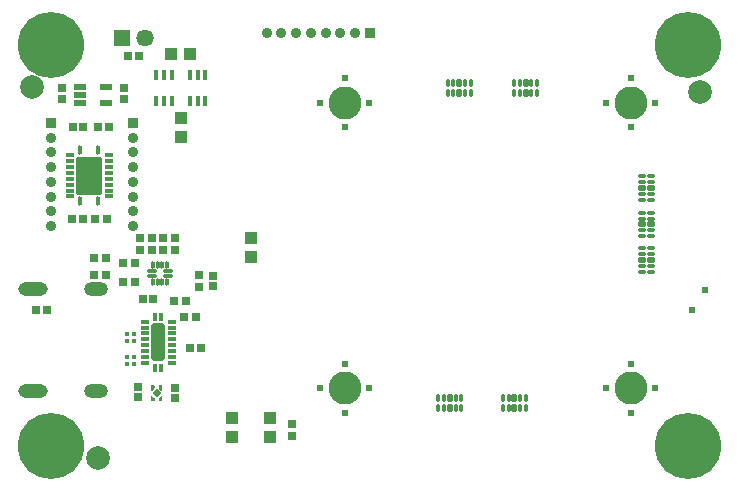
<source format=gbs>
G04*
G04 #@! TF.GenerationSoftware,Altium Limited,Altium Designer,20.0.13 (296)*
G04*
G04 Layer_Color=16711935*
%FSLAX44Y44*%
%MOMM*%
G71*
G01*
G75*
%ADD29R,1.1016X1.0016*%
%ADD38R,0.9016X0.9016*%
%ADD39R,0.6516X0.7516*%
%ADD42C,2.0000*%
%ADD44O,2.0000X1.2000*%
%ADD45O,2.5000X1.2000*%
%ADD46R,0.9016X0.9016*%
%ADD47C,0.9016*%
%ADD48R,1.4696X1.4696*%
%ADD49C,1.4696*%
%ADD50O,0.5080X0.5076*%
%ADD51C,5.6016*%
%ADD53C,0.6096*%
%ADD54C,0.6080*%
%ADD89R,0.1500X0.1500*%
%ADD91R,0.1500X0.1500*%
G04:AMPARAMS|DCode=106|XSize=0.34mm|YSize=0.705mm|CornerRadius=0.12mm|HoleSize=0mm|Usage=FLASHONLY|Rotation=180.000|XOffset=0mm|YOffset=0mm|HoleType=Round|Shape=RoundedRectangle|*
%AMROUNDEDRECTD106*
21,1,0.3400,0.4650,0,0,180.0*
21,1,0.1000,0.7050,0,0,180.0*
1,1,0.2400,-0.0500,0.2325*
1,1,0.2400,0.0500,0.2325*
1,1,0.2400,0.0500,-0.2325*
1,1,0.2400,-0.0500,-0.2325*
%
%ADD106ROUNDEDRECTD106*%
G04:AMPARAMS|DCode=107|XSize=0.54mm|YSize=0.705mm|CornerRadius=0.12mm|HoleSize=0mm|Usage=FLASHONLY|Rotation=180.000|XOffset=0mm|YOffset=0mm|HoleType=Round|Shape=RoundedRectangle|*
%AMROUNDEDRECTD107*
21,1,0.5400,0.4650,0,0,180.0*
21,1,0.3000,0.7050,0,0,180.0*
1,1,0.2400,-0.1500,0.2325*
1,1,0.2400,0.1500,0.2325*
1,1,0.2400,0.1500,-0.2325*
1,1,0.2400,-0.1500,-0.2325*
%
%ADD107ROUNDEDRECTD107*%
G04:AMPARAMS|DCode=108|XSize=0.34mm|YSize=0.705mm|CornerRadius=0.12mm|HoleSize=0mm|Usage=FLASHONLY|Rotation=270.000|XOffset=0mm|YOffset=0mm|HoleType=Round|Shape=RoundedRectangle|*
%AMROUNDEDRECTD108*
21,1,0.3400,0.4650,0,0,270.0*
21,1,0.1000,0.7050,0,0,270.0*
1,1,0.2400,-0.2325,-0.0500*
1,1,0.2400,-0.2325,0.0500*
1,1,0.2400,0.2325,0.0500*
1,1,0.2400,0.2325,-0.0500*
%
%ADD108ROUNDEDRECTD108*%
G04:AMPARAMS|DCode=109|XSize=0.54mm|YSize=0.705mm|CornerRadius=0.12mm|HoleSize=0mm|Usage=FLASHONLY|Rotation=270.000|XOffset=0mm|YOffset=0mm|HoleType=Round|Shape=RoundedRectangle|*
%AMROUNDEDRECTD109*
21,1,0.5400,0.4650,0,0,270.0*
21,1,0.3000,0.7050,0,0,270.0*
1,1,0.2400,-0.2325,-0.1500*
1,1,0.2400,-0.2325,0.1500*
1,1,0.2400,0.2325,0.1500*
1,1,0.2400,0.2325,-0.1500*
%
%ADD109ROUNDEDRECTD109*%
%ADD110R,0.7216X0.7216*%
%ADD111R,0.7216X0.7216*%
%ADD112P,0.8202X4X90.0*%
%ADD113R,0.7516X0.6516*%
%ADD114R,1.0016X1.1016*%
G04:AMPARAMS|DCode=115|XSize=0.38mm|YSize=0.74mm|CornerRadius=0.13mm|HoleSize=0mm|Usage=FLASHONLY|Rotation=90.000|XOffset=0mm|YOffset=0mm|HoleType=Round|Shape=RoundedRectangle|*
%AMROUNDEDRECTD115*
21,1,0.3800,0.4800,0,0,90.0*
21,1,0.1200,0.7400,0,0,90.0*
1,1,0.2600,0.2400,0.0600*
1,1,0.2600,0.2400,-0.0600*
1,1,0.2600,-0.2400,-0.0600*
1,1,0.2600,-0.2400,0.0600*
%
%ADD115ROUNDEDRECTD115*%
G04:AMPARAMS|DCode=116|XSize=0.39mm|YSize=0.79mm|CornerRadius=0.1325mm|HoleSize=0mm|Usage=FLASHONLY|Rotation=0.000|XOffset=0mm|YOffset=0mm|HoleType=Round|Shape=RoundedRectangle|*
%AMROUNDEDRECTD116*
21,1,0.3900,0.5250,0,0,0.0*
21,1,0.1250,0.7900,0,0,0.0*
1,1,0.2650,0.0625,-0.2625*
1,1,0.2650,-0.0625,-0.2625*
1,1,0.2650,-0.0625,0.2625*
1,1,0.2650,0.0625,0.2625*
%
%ADD116ROUNDEDRECTD116*%
G04:AMPARAMS|DCode=117|XSize=2.19mm|YSize=3.19mm|CornerRadius=0.1213mm|HoleSize=0mm|Usage=FLASHONLY|Rotation=180.000|XOffset=0mm|YOffset=0mm|HoleType=Round|Shape=RoundedRectangle|*
%AMROUNDEDRECTD117*
21,1,2.1900,2.9475,0,0,180.0*
21,1,1.9475,3.1900,0,0,180.0*
1,1,0.2425,-0.9738,1.4738*
1,1,0.2425,0.9738,1.4738*
1,1,0.2425,0.9738,-1.4738*
1,1,0.2425,-0.9738,-1.4738*
%
%ADD117ROUNDEDRECTD117*%
%ADD118R,0.4516X0.9516*%
%ADD119R,0.4616X0.4216*%
%ADD120R,1.0000X0.5000*%
G04:AMPARAMS|DCode=121|XSize=0.39mm|YSize=0.74mm|CornerRadius=0.095mm|HoleSize=0mm|Usage=FLASHONLY|Rotation=90.000|XOffset=0mm|YOffset=0mm|HoleType=Round|Shape=RoundedRectangle|*
%AMROUNDEDRECTD121*
21,1,0.3900,0.5500,0,0,90.0*
21,1,0.2000,0.7400,0,0,90.0*
1,1,0.1900,0.2750,0.1000*
1,1,0.1900,0.2750,-0.1000*
1,1,0.1900,-0.2750,-0.1000*
1,1,0.1900,-0.2750,0.1000*
%
%ADD121ROUNDEDRECTD121*%
G04:AMPARAMS|DCode=122|XSize=1.14mm|YSize=3.14mm|CornerRadius=0.12mm|HoleSize=0mm|Usage=FLASHONLY|Rotation=180.000|XOffset=0mm|YOffset=0mm|HoleType=Round|Shape=RoundedRectangle|*
%AMROUNDEDRECTD122*
21,1,1.1400,2.9000,0,0,180.0*
21,1,0.9000,3.1400,0,0,180.0*
1,1,0.2400,-0.4500,1.4500*
1,1,0.2400,0.4500,1.4500*
1,1,0.2400,0.4500,-1.4500*
1,1,0.2400,-0.4500,-1.4500*
%
%ADD122ROUNDEDRECTD122*%
G04:AMPARAMS|DCode=123|XSize=0.39mm|YSize=0.74mm|CornerRadius=0.095mm|HoleSize=0mm|Usage=FLASHONLY|Rotation=180.000|XOffset=0mm|YOffset=0mm|HoleType=Round|Shape=RoundedRectangle|*
%AMROUNDEDRECTD123*
21,1,0.3900,0.5500,0,0,180.0*
21,1,0.2000,0.7400,0,0,180.0*
1,1,0.1900,-0.1000,0.2750*
1,1,0.1900,0.1000,0.2750*
1,1,0.1900,0.1000,-0.2750*
1,1,0.1900,-0.1000,-0.2750*
%
%ADD123ROUNDEDRECTD123*%
G04:AMPARAMS|DCode=124|XSize=0.3mm|YSize=0.6mm|CornerRadius=0.1mm|HoleSize=0mm|Usage=FLASHONLY|Rotation=0.000|XOffset=0mm|YOffset=0mm|HoleType=Round|Shape=RoundedRectangle|*
%AMROUNDEDRECTD124*
21,1,0.3000,0.4000,0,0,0.0*
21,1,0.1000,0.6000,0,0,0.0*
1,1,0.2000,0.0500,-0.2000*
1,1,0.2000,-0.0500,-0.2000*
1,1,0.2000,-0.0500,0.2000*
1,1,0.2000,0.0500,0.2000*
%
%ADD124ROUNDEDRECTD124*%
G04:AMPARAMS|DCode=125|XSize=0.3mm|YSize=0.8mm|CornerRadius=0.1mm|HoleSize=0mm|Usage=FLASHONLY|Rotation=90.000|XOffset=0mm|YOffset=0mm|HoleType=Round|Shape=RoundedRectangle|*
%AMROUNDEDRECTD125*
21,1,0.3000,0.6000,0,0,90.0*
21,1,0.1000,0.8000,0,0,90.0*
1,1,0.2000,0.3000,0.0500*
1,1,0.2000,0.3000,-0.0500*
1,1,0.2000,-0.3000,-0.0500*
1,1,0.2000,-0.3000,0.0500*
%
%ADD125ROUNDEDRECTD125*%
%ADD126C,2.8000*%
G36*
X115789Y72894D02*
X115798Y72893D01*
X115892Y72864D01*
X115979Y72818D01*
X116021Y72783D01*
X116055Y72755D01*
X116055Y72755D01*
X117855Y70955D01*
X117918Y70879D01*
X117964Y70792D01*
X117971Y70770D01*
X117993Y70698D01*
X117998Y70649D01*
X118003Y70600D01*
X118002Y70600D01*
Y68800D01*
X117993Y68702D01*
X117964Y68608D01*
X117918Y68521D01*
X117855Y68445D01*
X117779Y68382D01*
X117692Y68336D01*
X117598Y68307D01*
X117500Y68298D01*
X115400D01*
X115302Y68307D01*
X115208Y68336D01*
X115121Y68382D01*
X115045Y68445D01*
X114982Y68521D01*
X114936Y68608D01*
X114907Y68702D01*
X114898Y68800D01*
Y72400D01*
X114907Y72498D01*
X114936Y72592D01*
X114982Y72679D01*
X115045Y72755D01*
X115121Y72818D01*
X115208Y72864D01*
X115302Y72893D01*
X115400Y72902D01*
X115700D01*
X115700Y72902D01*
X115789Y72894D01*
D02*
G37*
G36*
X123700Y72902D02*
X124000D01*
X124098Y72893D01*
X124192Y72864D01*
X124279Y72818D01*
X124355Y72755D01*
X124418Y72679D01*
X124464Y72592D01*
X124493Y72498D01*
X124502Y72400D01*
Y68800D01*
X124493Y68702D01*
X124464Y68608D01*
X124418Y68521D01*
X124355Y68445D01*
X124279Y68382D01*
X124192Y68336D01*
X124098Y68307D01*
X124000Y68298D01*
X121900D01*
X121802Y68307D01*
X121708Y68336D01*
X121621Y68382D01*
X121545Y68445D01*
X121482Y68521D01*
X121436Y68608D01*
X121407Y68702D01*
X121398Y68800D01*
Y70600D01*
X121398Y70600D01*
X121403Y70649D01*
X121407Y70698D01*
X121429Y70770D01*
X121436Y70792D01*
X121482Y70879D01*
X121545Y70955D01*
X123345Y72755D01*
X123345Y72755D01*
X123379Y72783D01*
X123421Y72818D01*
X123508Y72864D01*
X123602Y72893D01*
X123611Y72894D01*
X123700Y72902D01*
X123700Y72902D01*
D02*
G37*
G36*
X117598Y81493D02*
X117692Y81464D01*
X117779Y81418D01*
X117855Y81355D01*
X117918Y81279D01*
X117964Y81192D01*
X117993Y81098D01*
X118002Y81000D01*
Y79200D01*
X118003Y79200D01*
X117998Y79151D01*
X117993Y79102D01*
X117971Y79030D01*
X117964Y79008D01*
X117918Y78921D01*
X117886Y78883D01*
X117855Y78845D01*
X117855Y78845D01*
X116055Y77045D01*
X116055Y77045D01*
X115979Y76982D01*
X115892Y76936D01*
X115870Y76929D01*
X115798Y76907D01*
X115700Y76898D01*
X115400D01*
X115302Y76907D01*
X115208Y76936D01*
X115121Y76982D01*
X115045Y77045D01*
X114982Y77121D01*
X114936Y77208D01*
X114907Y77302D01*
X114898Y77400D01*
Y81000D01*
X114907Y81098D01*
X114936Y81192D01*
X114982Y81279D01*
X115045Y81355D01*
X115121Y81418D01*
X115208Y81464D01*
X115302Y81493D01*
X115400Y81502D01*
X117500D01*
X117598Y81493D01*
D02*
G37*
G36*
X124098D02*
X124192Y81464D01*
X124279Y81418D01*
X124355Y81355D01*
X124418Y81279D01*
X124464Y81192D01*
X124493Y81098D01*
X124502Y81000D01*
Y77400D01*
X124493Y77302D01*
X124464Y77208D01*
X124418Y77121D01*
X124355Y77045D01*
X124279Y76982D01*
X124192Y76936D01*
X124098Y76907D01*
X124000Y76898D01*
X123700D01*
X123602Y76907D01*
X123530Y76929D01*
X123508Y76936D01*
X123421Y76982D01*
X123345Y77045D01*
X123345Y77045D01*
X121545Y78845D01*
X121545Y78845D01*
X121514Y78883D01*
X121482Y78921D01*
X121436Y79008D01*
X121429Y79030D01*
X121407Y79102D01*
X121402Y79151D01*
X121398Y79200D01*
X121398Y79200D01*
Y81000D01*
X121407Y81098D01*
X121436Y81192D01*
X121482Y81279D01*
X121545Y81355D01*
X121621Y81418D01*
X121708Y81464D01*
X121802Y81493D01*
X121900Y81502D01*
X124000D01*
X124098Y81493D01*
D02*
G37*
D29*
X200000Y206000D02*
D03*
Y190000D02*
D03*
X139909Y307543D02*
D03*
Y291543D02*
D03*
X215326Y37712D02*
D03*
Y53712D02*
D03*
X183326Y37712D02*
D03*
Y53712D02*
D03*
D38*
X30000Y303750D02*
D03*
X100000D02*
D03*
D39*
X67500Y222500D02*
D03*
X77500D02*
D03*
X143000Y139000D02*
D03*
X153000D02*
D03*
X134501Y153249D02*
D03*
X144501D02*
D03*
X91000Y169000D02*
D03*
X101000D02*
D03*
X91000Y185000D02*
D03*
X101000D02*
D03*
X77000Y175000D02*
D03*
X67000D02*
D03*
X77000Y189000D02*
D03*
X67000D02*
D03*
D42*
X13907Y333887D02*
D03*
X70000Y20000D02*
D03*
X580000Y330000D02*
D03*
D44*
X68400Y163200D02*
D03*
Y76800D02*
D03*
D45*
X14800Y163200D02*
D03*
Y76800D02*
D03*
D46*
X300282Y379984D02*
D03*
D47*
X287782D02*
D03*
X275282D02*
D03*
X262782D02*
D03*
X250282D02*
D03*
X237782D02*
D03*
X225282D02*
D03*
X212782D02*
D03*
X30000Y216250D02*
D03*
Y228750D02*
D03*
Y241250D02*
D03*
Y253750D02*
D03*
Y266250D02*
D03*
Y278750D02*
D03*
Y291250D02*
D03*
X100000Y216250D02*
D03*
Y228750D02*
D03*
Y241250D02*
D03*
Y253750D02*
D03*
Y266250D02*
D03*
Y278750D02*
D03*
Y291250D02*
D03*
D48*
X90000Y375500D02*
D03*
D49*
X110000D02*
D03*
D50*
X54750Y259000D02*
D03*
X70250D02*
D03*
X62500Y246250D02*
D03*
X62500Y271750D02*
D03*
D51*
X30000Y30000D02*
D03*
Y370000D02*
D03*
X570000Y30000D02*
D03*
Y370000D02*
D03*
D53*
X584200Y162560D02*
D03*
X572907Y145658D02*
D03*
D54*
X299750Y321000D02*
D03*
X258250D02*
D03*
X279000Y300250D02*
D03*
Y341750D02*
D03*
X541750Y321000D02*
D03*
X500250D02*
D03*
X521000Y300250D02*
D03*
Y341750D02*
D03*
X299750Y79000D02*
D03*
X258250D02*
D03*
X279000Y58250D02*
D03*
Y99750D02*
D03*
X541750Y79000D02*
D03*
X500250D02*
D03*
X521000Y58250D02*
D03*
Y99750D02*
D03*
D89*
X116400Y69800D02*
D03*
X123000D02*
D03*
X116400Y80000D02*
D03*
D91*
X123000D02*
D03*
D106*
X432656Y62065D02*
D03*
X427656D02*
D03*
X417656D02*
D03*
X412656D02*
D03*
Y70415D02*
D03*
X417656D02*
D03*
X427656D02*
D03*
X432656D02*
D03*
X377792Y62065D02*
D03*
X372792D02*
D03*
X362792D02*
D03*
X357792D02*
D03*
Y70415D02*
D03*
X362792D02*
D03*
X372792D02*
D03*
X377792D02*
D03*
X422085Y337315D02*
D03*
X427085D02*
D03*
X437085D02*
D03*
X442086D02*
D03*
Y328965D02*
D03*
X437085D02*
D03*
X427085D02*
D03*
X422085D02*
D03*
X366014Y337312D02*
D03*
X371014D02*
D03*
X381014D02*
D03*
X386014D02*
D03*
Y328962D02*
D03*
X381014D02*
D03*
X371014D02*
D03*
X366014D02*
D03*
D107*
X422656Y62065D02*
D03*
Y70415D02*
D03*
X367792Y62065D02*
D03*
Y70415D02*
D03*
X432085Y337315D02*
D03*
Y328965D02*
D03*
X376014Y337312D02*
D03*
Y328962D02*
D03*
D108*
X538675Y197850D02*
D03*
Y192850D02*
D03*
Y182850D02*
D03*
Y177850D02*
D03*
X530325D02*
D03*
Y182850D02*
D03*
Y192850D02*
D03*
Y197850D02*
D03*
X538675Y227787D02*
D03*
Y222787D02*
D03*
Y212787D02*
D03*
Y207787D02*
D03*
X530325D02*
D03*
Y212787D02*
D03*
Y222787D02*
D03*
Y227787D02*
D03*
X538675Y258381D02*
D03*
Y253381D02*
D03*
Y243381D02*
D03*
Y238381D02*
D03*
X530325D02*
D03*
Y243381D02*
D03*
Y253381D02*
D03*
Y258381D02*
D03*
D109*
X538675Y187850D02*
D03*
X530325D02*
D03*
X538675Y217787D02*
D03*
X530325D02*
D03*
X538675Y248381D02*
D03*
X530325D02*
D03*
D110*
X95500Y360000D02*
D03*
X104500D02*
D03*
X70000Y300000D02*
D03*
X79000D02*
D03*
X57500D02*
D03*
X48500D02*
D03*
X48000Y222500D02*
D03*
X57000D02*
D03*
X157336Y113538D02*
D03*
X148336D02*
D03*
X117001Y154249D02*
D03*
X108001D02*
D03*
X17701Y145210D02*
D03*
X26701D02*
D03*
D111*
X103700Y80400D02*
D03*
Y71400D02*
D03*
X135000Y70500D02*
D03*
Y79500D02*
D03*
X40000Y333000D02*
D03*
Y324000D02*
D03*
X92000Y333000D02*
D03*
Y324000D02*
D03*
X167008Y165335D02*
D03*
Y174335D02*
D03*
D112*
X119700Y74900D02*
D03*
D113*
X125501Y196499D02*
D03*
Y206499D02*
D03*
X234316Y48680D02*
D03*
Y38680D02*
D03*
X105501Y196499D02*
D03*
Y206499D02*
D03*
X115501Y196499D02*
D03*
Y206499D02*
D03*
X155525Y164706D02*
D03*
Y174706D02*
D03*
X135501Y206499D02*
D03*
Y196499D02*
D03*
D114*
X147954Y361950D02*
D03*
X131954D02*
D03*
D115*
X46000Y276500D02*
D03*
X79000Y241500D02*
D03*
X46000Y271500D02*
D03*
Y266500D02*
D03*
Y261500D02*
D03*
Y256500D02*
D03*
Y251500D02*
D03*
Y246500D02*
D03*
Y241500D02*
D03*
X79000Y246500D02*
D03*
Y251500D02*
D03*
Y256500D02*
D03*
Y261500D02*
D03*
Y266500D02*
D03*
Y271500D02*
D03*
Y276500D02*
D03*
D116*
X70000Y237500D02*
D03*
X55000D02*
D03*
X70000Y280500D02*
D03*
X55000D02*
D03*
D117*
X62500Y259000D02*
D03*
D118*
X119484Y344168D02*
D03*
X125984D02*
D03*
X132484D02*
D03*
Y322168D02*
D03*
X125984D02*
D03*
X119484D02*
D03*
X147932Y344168D02*
D03*
X154432D02*
D03*
X160932D02*
D03*
Y322168D02*
D03*
X154432D02*
D03*
X147932D02*
D03*
D119*
X100301Y125249D02*
D03*
X94701D02*
D03*
X100301Y119249D02*
D03*
X94701D02*
D03*
X100301Y105249D02*
D03*
X94701D02*
D03*
X100301Y99249D02*
D03*
X94701D02*
D03*
D120*
X77000Y334000D02*
D03*
X55000D02*
D03*
X77000Y321000D02*
D03*
X55000D02*
D03*
Y327500D02*
D03*
D121*
X132500Y125500D02*
D03*
Y130500D02*
D03*
Y105500D02*
D03*
Y110500D02*
D03*
Y135500D02*
D03*
Y120500D02*
D03*
Y115500D02*
D03*
Y100500D02*
D03*
X109500Y105500D02*
D03*
Y100500D02*
D03*
Y125500D02*
D03*
Y120500D02*
D03*
Y115500D02*
D03*
Y110500D02*
D03*
Y135500D02*
D03*
Y130500D02*
D03*
D122*
X121000Y118000D02*
D03*
D123*
X123500Y96500D02*
D03*
X118500D02*
D03*
Y139500D02*
D03*
X123500D02*
D03*
D124*
X116502Y168748D02*
D03*
X120502D02*
D03*
X124502D02*
D03*
X128502D02*
D03*
Y183748D02*
D03*
X124502D02*
D03*
X120502D02*
D03*
X116502D02*
D03*
D125*
X129002Y174249D02*
D03*
Y178249D02*
D03*
X116002D02*
D03*
Y174249D02*
D03*
D126*
X279000Y321000D02*
D03*
X521000D02*
D03*
X279000Y79000D02*
D03*
X521000D02*
D03*
M02*

</source>
